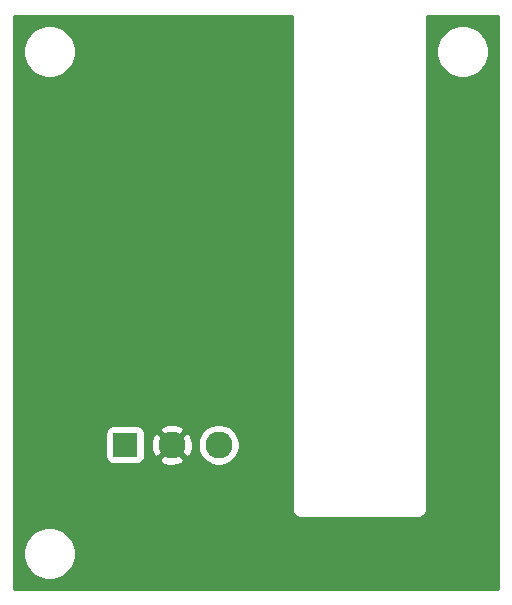
<source format=gbr>
%TF.GenerationSoftware,KiCad,Pcbnew,5.1.10*%
%TF.CreationDate,2021-12-13T06:59:12-07:00*%
%TF.ProjectId,L0004-Photogate,4c303030-342d-4506-986f-746f67617465,rev?*%
%TF.SameCoordinates,Original*%
%TF.FileFunction,Copper,L2,Bot*%
%TF.FilePolarity,Positive*%
%FSLAX46Y46*%
G04 Gerber Fmt 4.6, Leading zero omitted, Abs format (unit mm)*
G04 Created by KiCad (PCBNEW 5.1.10) date 2021-12-13 06:59:12*
%MOMM*%
%LPD*%
G01*
G04 APERTURE LIST*
%TA.AperFunction,ComponentPad*%
%ADD10R,2.050000X2.050000*%
%TD*%
%TA.AperFunction,ComponentPad*%
%ADD11C,2.286000*%
%TD*%
%TA.AperFunction,ViaPad*%
%ADD12C,0.800000*%
%TD*%
%TA.AperFunction,Conductor*%
%ADD13C,0.254000*%
%TD*%
%TA.AperFunction,Conductor*%
%ADD14C,0.100000*%
%TD*%
G04 APERTURE END LIST*
D10*
%TO.P,P1,1*%
%TO.N,VIN*%
X105410000Y-104140000D03*
D11*
%TO.P,P1,2*%
%TO.N,Earth*%
X109370000Y-104140000D03*
%TO.P,P1,3*%
%TO.N,VALVEPOS*%
X113330000Y-104140000D03*
%TD*%
D12*
%TO.N,Earth*%
X106807000Y-100584000D03*
X111633000Y-70866000D03*
X113284000Y-99441000D03*
X101854000Y-88392000D03*
X132598160Y-83403440D03*
%TD*%
D13*
%TO.N,Earth*%
X119515000Y-109554318D02*
X119511443Y-109590433D01*
X119525634Y-109734518D01*
X119567662Y-109873066D01*
X119635912Y-110000753D01*
X119727761Y-110112671D01*
X119839679Y-110204520D01*
X119967366Y-110272770D01*
X120105914Y-110314798D01*
X120213894Y-110325433D01*
X120249999Y-110328989D01*
X120286104Y-110325433D01*
X130213894Y-110325433D01*
X130249999Y-110328989D01*
X130286104Y-110325433D01*
X130394084Y-110314798D01*
X130532632Y-110272770D01*
X130660319Y-110204520D01*
X130772237Y-110112671D01*
X130864086Y-110000753D01*
X130932336Y-109873066D01*
X130974364Y-109734518D01*
X130988555Y-109590433D01*
X130984999Y-109554328D01*
X130984999Y-70619405D01*
X131755858Y-70619405D01*
X131755858Y-71061463D01*
X131842100Y-71495026D01*
X132011268Y-71903434D01*
X132256861Y-72270991D01*
X132569443Y-72583573D01*
X132937000Y-72829166D01*
X133345408Y-72998334D01*
X133778971Y-73084576D01*
X134221029Y-73084576D01*
X134654592Y-72998334D01*
X135063000Y-72829166D01*
X135430557Y-72583573D01*
X135743139Y-72270991D01*
X135988732Y-71903434D01*
X136157900Y-71495026D01*
X136244142Y-71061463D01*
X136244142Y-70619405D01*
X136157900Y-70185842D01*
X135988732Y-69777434D01*
X135743139Y-69409877D01*
X135430557Y-69097295D01*
X135063000Y-68851702D01*
X134654592Y-68682534D01*
X134221029Y-68596292D01*
X133778971Y-68596292D01*
X133345408Y-68682534D01*
X132937000Y-68851702D01*
X132569443Y-69097295D01*
X132256861Y-69409877D01*
X132011268Y-69777434D01*
X131842100Y-70185842D01*
X131755858Y-70619405D01*
X130984999Y-70619405D01*
X130984999Y-67825434D01*
X137015000Y-67825434D01*
X137015001Y-116355434D01*
X95985000Y-116355434D01*
X95985000Y-113119405D01*
X96755858Y-113119405D01*
X96755858Y-113561463D01*
X96842100Y-113995026D01*
X97011268Y-114403434D01*
X97256861Y-114770991D01*
X97569443Y-115083573D01*
X97937000Y-115329166D01*
X98345408Y-115498334D01*
X98778971Y-115584576D01*
X99221029Y-115584576D01*
X99654592Y-115498334D01*
X100063000Y-115329166D01*
X100430557Y-115083573D01*
X100743139Y-114770991D01*
X100988732Y-114403434D01*
X101157900Y-113995026D01*
X101244142Y-113561463D01*
X101244142Y-113119405D01*
X101157900Y-112685842D01*
X100988732Y-112277434D01*
X100743139Y-111909877D01*
X100430557Y-111597295D01*
X100063000Y-111351702D01*
X99654592Y-111182534D01*
X99221029Y-111096292D01*
X98778971Y-111096292D01*
X98345408Y-111182534D01*
X97937000Y-111351702D01*
X97569443Y-111597295D01*
X97256861Y-111909877D01*
X97011268Y-112277434D01*
X96842100Y-112685842D01*
X96755858Y-113119405D01*
X95985000Y-113119405D01*
X95985000Y-103115000D01*
X103746928Y-103115000D01*
X103746928Y-105165000D01*
X103759188Y-105289482D01*
X103795498Y-105409180D01*
X103854463Y-105519494D01*
X103933815Y-105616185D01*
X104030506Y-105695537D01*
X104140820Y-105754502D01*
X104260518Y-105790812D01*
X104385000Y-105803072D01*
X106435000Y-105803072D01*
X106559482Y-105790812D01*
X106679180Y-105754502D01*
X106789494Y-105695537D01*
X106886185Y-105616185D01*
X106965537Y-105519494D01*
X107024502Y-105409180D01*
X107034154Y-105377360D01*
X108312245Y-105377360D01*
X108425264Y-105656384D01*
X108739249Y-105811556D01*
X109077473Y-105902491D01*
X109426938Y-105925694D01*
X109774216Y-105880275D01*
X110105960Y-105767977D01*
X110314736Y-105656384D01*
X110427755Y-105377360D01*
X109370000Y-104319605D01*
X108312245Y-105377360D01*
X107034154Y-105377360D01*
X107060812Y-105289482D01*
X107073072Y-105165000D01*
X107073072Y-104196938D01*
X107584306Y-104196938D01*
X107629725Y-104544216D01*
X107742023Y-104875960D01*
X107853616Y-105084736D01*
X108132640Y-105197755D01*
X109190395Y-104140000D01*
X109549605Y-104140000D01*
X110607360Y-105197755D01*
X110886384Y-105084736D01*
X111041556Y-104770751D01*
X111132491Y-104432527D01*
X111155694Y-104083062D01*
X111140238Y-103964882D01*
X111552000Y-103964882D01*
X111552000Y-104315118D01*
X111620328Y-104658623D01*
X111754357Y-104982199D01*
X111948937Y-105273409D01*
X112196591Y-105521063D01*
X112487801Y-105715643D01*
X112811377Y-105849672D01*
X113154882Y-105918000D01*
X113505118Y-105918000D01*
X113848623Y-105849672D01*
X114172199Y-105715643D01*
X114463409Y-105521063D01*
X114711063Y-105273409D01*
X114905643Y-104982199D01*
X115039672Y-104658623D01*
X115108000Y-104315118D01*
X115108000Y-103964882D01*
X115039672Y-103621377D01*
X114905643Y-103297801D01*
X114711063Y-103006591D01*
X114463409Y-102758937D01*
X114172199Y-102564357D01*
X113848623Y-102430328D01*
X113505118Y-102362000D01*
X113154882Y-102362000D01*
X112811377Y-102430328D01*
X112487801Y-102564357D01*
X112196591Y-102758937D01*
X111948937Y-103006591D01*
X111754357Y-103297801D01*
X111620328Y-103621377D01*
X111552000Y-103964882D01*
X111140238Y-103964882D01*
X111110275Y-103735784D01*
X110997977Y-103404040D01*
X110886384Y-103195264D01*
X110607360Y-103082245D01*
X109549605Y-104140000D01*
X109190395Y-104140000D01*
X108132640Y-103082245D01*
X107853616Y-103195264D01*
X107698444Y-103509249D01*
X107607509Y-103847473D01*
X107584306Y-104196938D01*
X107073072Y-104196938D01*
X107073072Y-103115000D01*
X107060812Y-102990518D01*
X107034155Y-102902640D01*
X108312245Y-102902640D01*
X109370000Y-103960395D01*
X110427755Y-102902640D01*
X110314736Y-102623616D01*
X110000751Y-102468444D01*
X109662527Y-102377509D01*
X109313062Y-102354306D01*
X108965784Y-102399725D01*
X108634040Y-102512023D01*
X108425264Y-102623616D01*
X108312245Y-102902640D01*
X107034155Y-102902640D01*
X107024502Y-102870820D01*
X106965537Y-102760506D01*
X106886185Y-102663815D01*
X106789494Y-102584463D01*
X106679180Y-102525498D01*
X106559482Y-102489188D01*
X106435000Y-102476928D01*
X104385000Y-102476928D01*
X104260518Y-102489188D01*
X104140820Y-102525498D01*
X104030506Y-102584463D01*
X103933815Y-102663815D01*
X103854463Y-102760506D01*
X103795498Y-102870820D01*
X103759188Y-102990518D01*
X103746928Y-103115000D01*
X95985000Y-103115000D01*
X95985000Y-70619405D01*
X96755858Y-70619405D01*
X96755858Y-71061463D01*
X96842100Y-71495026D01*
X97011268Y-71903434D01*
X97256861Y-72270991D01*
X97569443Y-72583573D01*
X97937000Y-72829166D01*
X98345408Y-72998334D01*
X98778971Y-73084576D01*
X99221029Y-73084576D01*
X99654592Y-72998334D01*
X100063000Y-72829166D01*
X100430557Y-72583573D01*
X100743139Y-72270991D01*
X100988732Y-71903434D01*
X101157900Y-71495026D01*
X101244142Y-71061463D01*
X101244142Y-70619405D01*
X101157900Y-70185842D01*
X100988732Y-69777434D01*
X100743139Y-69409877D01*
X100430557Y-69097295D01*
X100063000Y-68851702D01*
X99654592Y-68682534D01*
X99221029Y-68596292D01*
X98778971Y-68596292D01*
X98345408Y-68682534D01*
X97937000Y-68851702D01*
X97569443Y-69097295D01*
X97256861Y-69409877D01*
X97011268Y-69777434D01*
X96842100Y-70185842D01*
X96755858Y-70619405D01*
X95985000Y-70619405D01*
X95985000Y-67825434D01*
X119514999Y-67825434D01*
X119515000Y-109554318D01*
%TA.AperFunction,Conductor*%
D14*
G36*
X119515000Y-109554318D02*
G01*
X119511443Y-109590433D01*
X119525634Y-109734518D01*
X119567662Y-109873066D01*
X119635912Y-110000753D01*
X119727761Y-110112671D01*
X119839679Y-110204520D01*
X119967366Y-110272770D01*
X120105914Y-110314798D01*
X120213894Y-110325433D01*
X120249999Y-110328989D01*
X120286104Y-110325433D01*
X130213894Y-110325433D01*
X130249999Y-110328989D01*
X130286104Y-110325433D01*
X130394084Y-110314798D01*
X130532632Y-110272770D01*
X130660319Y-110204520D01*
X130772237Y-110112671D01*
X130864086Y-110000753D01*
X130932336Y-109873066D01*
X130974364Y-109734518D01*
X130988555Y-109590433D01*
X130984999Y-109554328D01*
X130984999Y-70619405D01*
X131755858Y-70619405D01*
X131755858Y-71061463D01*
X131842100Y-71495026D01*
X132011268Y-71903434D01*
X132256861Y-72270991D01*
X132569443Y-72583573D01*
X132937000Y-72829166D01*
X133345408Y-72998334D01*
X133778971Y-73084576D01*
X134221029Y-73084576D01*
X134654592Y-72998334D01*
X135063000Y-72829166D01*
X135430557Y-72583573D01*
X135743139Y-72270991D01*
X135988732Y-71903434D01*
X136157900Y-71495026D01*
X136244142Y-71061463D01*
X136244142Y-70619405D01*
X136157900Y-70185842D01*
X135988732Y-69777434D01*
X135743139Y-69409877D01*
X135430557Y-69097295D01*
X135063000Y-68851702D01*
X134654592Y-68682534D01*
X134221029Y-68596292D01*
X133778971Y-68596292D01*
X133345408Y-68682534D01*
X132937000Y-68851702D01*
X132569443Y-69097295D01*
X132256861Y-69409877D01*
X132011268Y-69777434D01*
X131842100Y-70185842D01*
X131755858Y-70619405D01*
X130984999Y-70619405D01*
X130984999Y-67825434D01*
X137015000Y-67825434D01*
X137015001Y-116355434D01*
X95985000Y-116355434D01*
X95985000Y-113119405D01*
X96755858Y-113119405D01*
X96755858Y-113561463D01*
X96842100Y-113995026D01*
X97011268Y-114403434D01*
X97256861Y-114770991D01*
X97569443Y-115083573D01*
X97937000Y-115329166D01*
X98345408Y-115498334D01*
X98778971Y-115584576D01*
X99221029Y-115584576D01*
X99654592Y-115498334D01*
X100063000Y-115329166D01*
X100430557Y-115083573D01*
X100743139Y-114770991D01*
X100988732Y-114403434D01*
X101157900Y-113995026D01*
X101244142Y-113561463D01*
X101244142Y-113119405D01*
X101157900Y-112685842D01*
X100988732Y-112277434D01*
X100743139Y-111909877D01*
X100430557Y-111597295D01*
X100063000Y-111351702D01*
X99654592Y-111182534D01*
X99221029Y-111096292D01*
X98778971Y-111096292D01*
X98345408Y-111182534D01*
X97937000Y-111351702D01*
X97569443Y-111597295D01*
X97256861Y-111909877D01*
X97011268Y-112277434D01*
X96842100Y-112685842D01*
X96755858Y-113119405D01*
X95985000Y-113119405D01*
X95985000Y-103115000D01*
X103746928Y-103115000D01*
X103746928Y-105165000D01*
X103759188Y-105289482D01*
X103795498Y-105409180D01*
X103854463Y-105519494D01*
X103933815Y-105616185D01*
X104030506Y-105695537D01*
X104140820Y-105754502D01*
X104260518Y-105790812D01*
X104385000Y-105803072D01*
X106435000Y-105803072D01*
X106559482Y-105790812D01*
X106679180Y-105754502D01*
X106789494Y-105695537D01*
X106886185Y-105616185D01*
X106965537Y-105519494D01*
X107024502Y-105409180D01*
X107034154Y-105377360D01*
X108312245Y-105377360D01*
X108425264Y-105656384D01*
X108739249Y-105811556D01*
X109077473Y-105902491D01*
X109426938Y-105925694D01*
X109774216Y-105880275D01*
X110105960Y-105767977D01*
X110314736Y-105656384D01*
X110427755Y-105377360D01*
X109370000Y-104319605D01*
X108312245Y-105377360D01*
X107034154Y-105377360D01*
X107060812Y-105289482D01*
X107073072Y-105165000D01*
X107073072Y-104196938D01*
X107584306Y-104196938D01*
X107629725Y-104544216D01*
X107742023Y-104875960D01*
X107853616Y-105084736D01*
X108132640Y-105197755D01*
X109190395Y-104140000D01*
X109549605Y-104140000D01*
X110607360Y-105197755D01*
X110886384Y-105084736D01*
X111041556Y-104770751D01*
X111132491Y-104432527D01*
X111155694Y-104083062D01*
X111140238Y-103964882D01*
X111552000Y-103964882D01*
X111552000Y-104315118D01*
X111620328Y-104658623D01*
X111754357Y-104982199D01*
X111948937Y-105273409D01*
X112196591Y-105521063D01*
X112487801Y-105715643D01*
X112811377Y-105849672D01*
X113154882Y-105918000D01*
X113505118Y-105918000D01*
X113848623Y-105849672D01*
X114172199Y-105715643D01*
X114463409Y-105521063D01*
X114711063Y-105273409D01*
X114905643Y-104982199D01*
X115039672Y-104658623D01*
X115108000Y-104315118D01*
X115108000Y-103964882D01*
X115039672Y-103621377D01*
X114905643Y-103297801D01*
X114711063Y-103006591D01*
X114463409Y-102758937D01*
X114172199Y-102564357D01*
X113848623Y-102430328D01*
X113505118Y-102362000D01*
X113154882Y-102362000D01*
X112811377Y-102430328D01*
X112487801Y-102564357D01*
X112196591Y-102758937D01*
X111948937Y-103006591D01*
X111754357Y-103297801D01*
X111620328Y-103621377D01*
X111552000Y-103964882D01*
X111140238Y-103964882D01*
X111110275Y-103735784D01*
X110997977Y-103404040D01*
X110886384Y-103195264D01*
X110607360Y-103082245D01*
X109549605Y-104140000D01*
X109190395Y-104140000D01*
X108132640Y-103082245D01*
X107853616Y-103195264D01*
X107698444Y-103509249D01*
X107607509Y-103847473D01*
X107584306Y-104196938D01*
X107073072Y-104196938D01*
X107073072Y-103115000D01*
X107060812Y-102990518D01*
X107034155Y-102902640D01*
X108312245Y-102902640D01*
X109370000Y-103960395D01*
X110427755Y-102902640D01*
X110314736Y-102623616D01*
X110000751Y-102468444D01*
X109662527Y-102377509D01*
X109313062Y-102354306D01*
X108965784Y-102399725D01*
X108634040Y-102512023D01*
X108425264Y-102623616D01*
X108312245Y-102902640D01*
X107034155Y-102902640D01*
X107024502Y-102870820D01*
X106965537Y-102760506D01*
X106886185Y-102663815D01*
X106789494Y-102584463D01*
X106679180Y-102525498D01*
X106559482Y-102489188D01*
X106435000Y-102476928D01*
X104385000Y-102476928D01*
X104260518Y-102489188D01*
X104140820Y-102525498D01*
X104030506Y-102584463D01*
X103933815Y-102663815D01*
X103854463Y-102760506D01*
X103795498Y-102870820D01*
X103759188Y-102990518D01*
X103746928Y-103115000D01*
X95985000Y-103115000D01*
X95985000Y-70619405D01*
X96755858Y-70619405D01*
X96755858Y-71061463D01*
X96842100Y-71495026D01*
X97011268Y-71903434D01*
X97256861Y-72270991D01*
X97569443Y-72583573D01*
X97937000Y-72829166D01*
X98345408Y-72998334D01*
X98778971Y-73084576D01*
X99221029Y-73084576D01*
X99654592Y-72998334D01*
X100063000Y-72829166D01*
X100430557Y-72583573D01*
X100743139Y-72270991D01*
X100988732Y-71903434D01*
X101157900Y-71495026D01*
X101244142Y-71061463D01*
X101244142Y-70619405D01*
X101157900Y-70185842D01*
X100988732Y-69777434D01*
X100743139Y-69409877D01*
X100430557Y-69097295D01*
X100063000Y-68851702D01*
X99654592Y-68682534D01*
X99221029Y-68596292D01*
X98778971Y-68596292D01*
X98345408Y-68682534D01*
X97937000Y-68851702D01*
X97569443Y-69097295D01*
X97256861Y-69409877D01*
X97011268Y-69777434D01*
X96842100Y-70185842D01*
X96755858Y-70619405D01*
X95985000Y-70619405D01*
X95985000Y-67825434D01*
X119514999Y-67825434D01*
X119515000Y-109554318D01*
G37*
%TD.AperFunction*%
%TD*%
M02*

</source>
